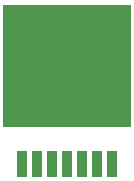
<source format=gbr>
%TF.GenerationSoftware,KiCad,Pcbnew,8.0.1-rc1*%
%TF.CreationDate,2024-10-01T13:01:29-07:00*%
%TF.ProjectId,LM2670-ADJ-Carrier,4c4d3236-3730-42d4-9144-4a2d43617272,rev?*%
%TF.SameCoordinates,Original*%
%TF.FileFunction,Paste,Top*%
%TF.FilePolarity,Positive*%
%FSLAX46Y46*%
G04 Gerber Fmt 4.6, Leading zero omitted, Abs format (unit mm)*
G04 Created by KiCad (PCBNEW 8.0.1-rc1) date 2024-10-01 13:01:29*
%MOMM*%
%LPD*%
G01*
G04 APERTURE LIST*
%ADD10R,0.910000X2.160000*%
%ADD11R,10.800000X10.410000*%
G04 APERTURE END LIST*
D10*
%TO.C,IC1*%
X138351749Y-99356800D03*
X139621749Y-99356800D03*
X140891749Y-99356800D03*
X142161749Y-99356800D03*
X143431749Y-99356800D03*
X144701749Y-99356800D03*
X145971749Y-99356800D03*
D11*
X142161749Y-91036800D03*
%TD*%
M02*

</source>
